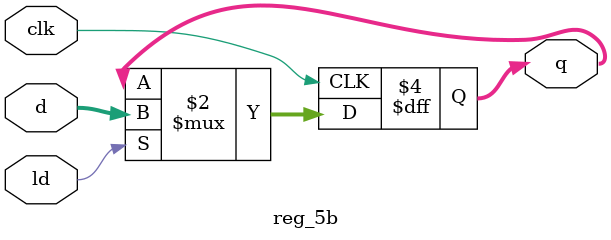
<source format=v>
module reg_5b(d, ld, clk, q);
  input [4:0] d;
  input ld, clk;
  output [4:0] q;
  reg [4:0] q;
  
  always @(posedge clk)
	if (ld)
	  q <= d;
  
endmodule


</source>
